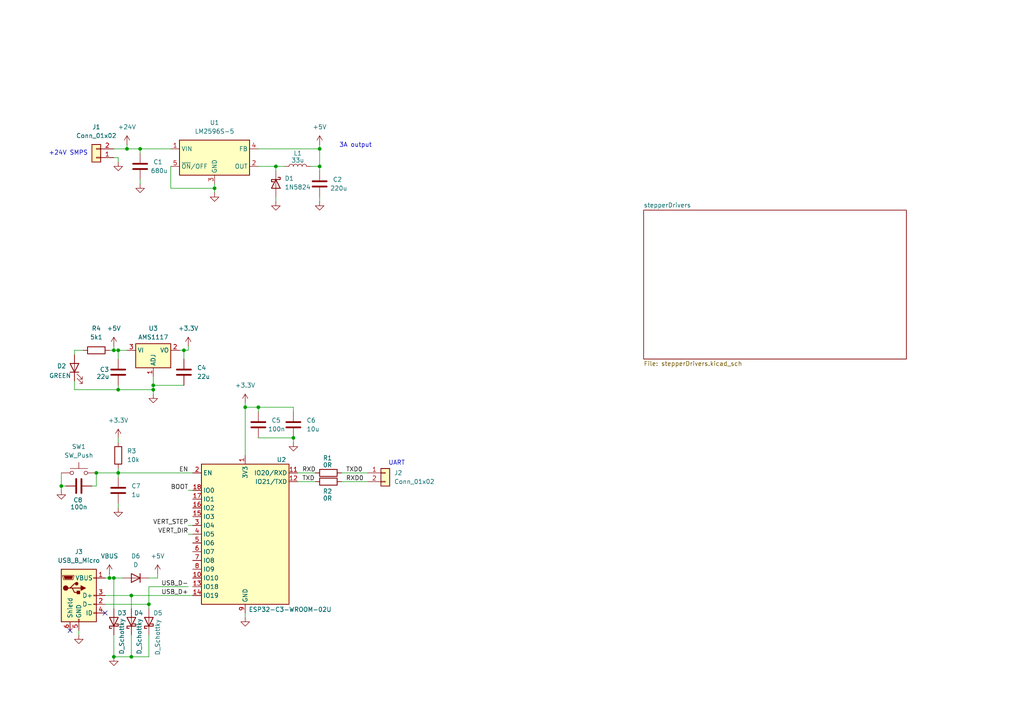
<source format=kicad_sch>
(kicad_sch (version 20250114) (generator "eeschema") (generator_version "9.0")
  (paper "A4")
  (lib_symbols
    (symbol "Connector:USB_B_Micro" (pin_names (offset 1.016))
      (property "Reference" "J" (at -5.08 11.43 0))
      (property "Value" "USB_B_Micro" (at -5.08 8.89 0))
      (symbol "USB_B_Micro_0_1"
        (rectangle (start -5.08 -7.62) (end 5.08 7.62) (stroke (width 0.254)) (fill (type background)))
        (polyline (pts (xy -4.699 5.842) (xy -4.699 5.588) (xy -4.445 4.826) (xy -4.445 4.572) (xy -1.651 4.572) (xy -1.651 4.826) (xy -1.397 5.588) (xy -1.397 5.842) (xy -4.699 5.842)))
        (polyline (pts (xy -4.318 5.588) (xy -1.778 5.588) (xy -2.032 4.826) (xy -4.064 4.826) (xy -4.318 5.588)) (fill (type outline)))
        (circle (center -3.81 2.159) (radius 0.635) (stroke (width 0.254)) (fill (type outline)))
        (polyline (pts (xy -3.175 2.159) (xy -2.54 2.159) (xy -1.27 3.429) (xy -0.635 3.429)) (stroke (width 0.254)))
        (polyline (pts (xy -2.54 2.159) (xy -1.905 2.159) (xy -1.27 0.889) (xy 0 0.889)) (stroke (width 0.254)))
        (polyline (pts (xy -1.905 2.159) (xy 0.635 2.159)) (stroke (width 0.254)))
        (circle (center -0.635 3.429) (radius 0.381) (stroke (width 0.254)) (fill (type outline)))
        (rectangle (start -0.127 -7.62) (end 0.127 -6.858))
        (rectangle (start 0.254 1.27) (end -0.508 0.508) (stroke (width 0.254)) (fill (type outline)))
        (polyline (pts (xy 0.635 2.794) (xy 0.635 1.524) (xy 1.905 2.159) (xy 0.635 2.794)) (stroke (width 0.254)) (fill (type outline)))
        (rectangle (start 5.08 4.953) (end 4.318 5.207))
        (rectangle (start 5.08 -0.127) (end 4.318 0.127))
        (rectangle (start 5.08 -2.667) (end 4.318 -2.413))
        (rectangle (start 5.08 -5.207) (end 4.318 -4.953))
      )
      (symbol "USB_B_Micro_1_1"
        (pin passive line (at -2.54 -10.16 90) (length 2.54) (name "Shield") (number "6"))
        (pin power_out line (at 0 -10.16 90) (length 2.54) (name "GND") (number "5"))
        (pin power_out line (at 7.62 5.08 180) (length 2.54) (name "VBUS") (number "1"))
        (pin bidirectional line (at 7.62 0 180) (length 2.54) (name "D+") (number "3"))
        (pin bidirectional line (at 7.62 -2.54 180) (length 2.54) (name "D-") (number "2"))
        (pin passive line (at 7.62 -5.08 180) (length 2.54) (name "ID") (number "4"))
      )
    )
    (symbol "Connector_Generic:Conn_01x02" (pin_names (offset 1.016) (hide yes))
      (property "Reference" "J" (at 0 2.54 0))
      (property "Value" "Conn_01x02" (at 0 -5.08 0))
      (symbol "Conn_01x02_1_1"
        (rectangle (start -1.27 1.27) (end 1.27 -3.81) (stroke (width 0.254)) (fill (type background)))
        (rectangle (start -1.27 0.127) (end 0 -0.127) (stroke (width 0.1524)))
        (rectangle (start -1.27 -2.413) (end 0 -2.667) (stroke (width 0.1524)))
        (pin passive line (at -5.08 0 0) (length 3.81) (name "Pin_1") (number "1"))
        (pin passive line (at -5.08 -2.54 0) (length 3.81) (name "Pin_2") (number "2"))
      )
    )
    (symbol "Device:C" (pin_numbers (hide yes)) (pin_names (offset 0.254))
      (property "Reference" "C" (at 0.635 2.54 0))
      (property "Value" "C" (at 0.635 -2.54 0))
      (symbol "C_0_1"
        (polyline (pts (xy -2.032 0.762) (xy 2.032 0.762)) (stroke (width 0.508)))
        (polyline (pts (xy -2.032 -0.762) (xy 2.032 -0.762)) (stroke (width 0.508)))
      )
      (symbol "C_1_1"
        (pin passive line (at 0 3.81 270) (length 2.794) (name "~") (number "1"))
        (pin passive line (at 0 -3.81 90) (length 2.794) (name "~") (number "2"))
      )
    )
    (symbol "Device:D" (pin_numbers (hide yes)) (pin_names (offset 1.016) (hide yes))
      (property "Reference" "D" (at 0 2.54 0))
      (property "Value" "D" (at 0 -2.54 0))
      (symbol "D_0_1"
        (polyline (pts (xy -1.27 1.27) (xy -1.27 -1.27)) (stroke (width 0.254)))
        (polyline (pts (xy 1.27 1.27) (xy 1.27 -1.27) (xy -1.27 0) (xy 1.27 1.27)) (stroke (width 0.254)))
        (polyline (pts (xy 1.27 0) (xy -1.27 0)))
      )
      (symbol "D_1_1"
        (pin passive line (at -3.81 0 0) (length 2.54) (name "K") (number "1"))
        (pin passive line (at 3.81 0 180) (length 2.54) (name "A") (number "2"))
      )
    )
    (symbol "Device:D_Schottky" (pin_numbers (hide yes)) (pin_names (offset 1.016) (hide yes))
      (property "Reference" "D" (at 0 2.54 0))
      (property "Value" "D_Schottky" (at 0 -2.54 0))
      (symbol "D_Schottky_0_1"
        (polyline (pts (xy -1.905 0.635) (xy -1.905 1.27) (xy -1.27 1.27) (xy -1.27 -1.27) (xy -0.635 -1.27) (xy -0.635 -0.635)) (stroke (width 0.254)))
        (polyline (pts (xy 1.27 1.27) (xy 1.27 -1.27) (xy -1.27 0) (xy 1.27 1.27)) (stroke (width 0.254)))
        (polyline (pts (xy 1.27 0) (xy -1.27 0)))
      )
      (symbol "D_Schottky_1_1"
        (pin passive line (at -3.81 0 0) (length 2.54) (name "K") (number "1"))
        (pin passive line (at 3.81 0 180) (length 2.54) (name "A") (number "2"))
      )
    )
    (symbol "Device:L" (pin_numbers (hide yes)) (pin_names (offset 1.016) (hide yes))
      (property "Reference" "L" (at -1.27 0 90))
      (property "Value" "L" (at 1.905 0 90))
      (symbol "L_0_1"
        (arc (start 0 2.54) (mid 0.6323 1.905) (end 0 1.27))
        (arc (start 0 1.27) (mid 0.6323 0.635) (end 0 0))
        (arc (start 0 0) (mid 0.6323 -0.635) (end 0 -1.27))
        (arc (start 0 -1.27) (mid 0.6323 -1.905) (end 0 -2.54))
      )
      (symbol "L_1_1"
        (pin passive line (at 0 3.81 270) (length 1.27) (name "1") (number "1"))
        (pin passive line (at 0 -3.81 90) (length 1.27) (name "2") (number "2"))
      )
    )
    (symbol "Device:LED" (pin_numbers (hide yes)) (pin_names (offset 1.016) (hide yes))
      (property "Reference" "D" (at 0 2.54 0))
      (property "Value" "LED" (at 0 -2.54 0))
      (symbol "LED_0_1"
        (polyline (pts (xy -3.048 -0.762) (xy -4.572 -2.286) (xy -3.81 -2.286) (xy -4.572 -2.286) (xy -4.572 -1.524)))
        (polyline (pts (xy -1.778 -0.762) (xy -3.302 -2.286) (xy -2.54 -2.286) (xy -3.302 -2.286) (xy -3.302 -1.524)))
        (polyline (pts (xy -1.27 0) (xy 1.27 0)))
        (polyline (pts (xy -1.27 -1.27) (xy -1.27 1.27)) (stroke (width 0.254)))
        (polyline (pts (xy 1.27 -1.27) (xy 1.27 1.27) (xy -1.27 0) (xy 1.27 -1.27)) (stroke (width 0.254)))
      )
      (symbol "LED_1_1"
        (pin passive line (at -3.81 0 0) (length 2.54) (name "K") (number "1"))
        (pin passive line (at 3.81 0 180) (length 2.54) (name "A") (number "2"))
      )
    )
    (symbol "Device:R" (pin_numbers (hide yes)) (pin_names (offset 0))
      (property "Reference" "R" (at 2.032 0 90))
      (property "Value" "R" (at 0 0 90))
      (symbol "R_0_1"
        (rectangle (start -1.016 -2.54) (end 1.016 2.54) (stroke (width 0.254)))
      )
      (symbol "R_1_1"
        (pin passive line (at 0 3.81 270) (length 1.27) (name "~") (number "1"))
        (pin passive line (at 0 -3.81 90) (length 1.27) (name "~") (number "2"))
      )
    )
    (symbol "RF_Module:ESP32-C3-WROOM-02U"
      (property "Reference" "U" (at -12.192 21.336 0))
      (property "Value" "ESP32-C3-WROOM-02U" (at 12.7 21.336 0))
      (symbol "ESP32-C3-WROOM-02U_1_1"
        (rectangle (start -12.7 20.32) (end 12.7 -20.32) (stroke (width 0.254)) (fill (type background)))
        (pin input line (at -15.24 17.78 0) (length 2.54) (name "EN") (number "2"))
        (pin bidirectional line (at -15.24 12.7 0) (length 2.54) (name "IO0") (number "18"))
        (pin bidirectional line (at -15.24 10.16 0) (length 2.54) (name "IO1") (number "17"))
        (pin bidirectional line (at -15.24 7.62 0) (length 2.54) (name "IO2") (number "16"))
        (pin bidirectional line (at -15.24 5.08 0) (length 2.54) (name "IO3") (number "15"))
        (pin bidirectional line (at -15.24 2.54 0) (length 2.54) (name "IO4") (number "3"))
        (pin bidirectional line (at -15.24 0 0) (length 2.54) (name "IO5") (number "4"))
        (pin bidirectional line (at -15.24 -2.54 0) (length 2.54) (name "IO6") (number "5"))
        (pin bidirectional line (at -15.24 -5.08 0) (length 2.54) (name "IO7") (number "6"))
        (pin bidirectional line (at -15.24 -7.62 0) (length 2.54) (name "IO8") (number "7"))
        (pin bidirectional line (at -15.24 -10.16 0) (length 2.54) (name "IO9") (number "8"))
        (pin bidirectional line (at -15.24 -12.7 0) (length 2.54) (name "IO10") (number "10"))
        (pin bidirectional line (at -15.24 -15.24 0) (length 2.54) (name "IO18") (number "13"))
        (pin bidirectional line (at -15.24 -17.78 0) (length 2.54) (name "IO19") (number "14"))
        (pin power_in line (at 0 22.86 270) (length 2.54) (name "3V3") (number "1"))
        (pin passive line (at 0 -22.86 90) (length 2.54) (hide yes) (name "GND") (number "19"))
        (pin power_in line (at 0 -22.86 90) (length 2.54) (name "GND") (number "9"))
        (pin bidirectional line (at 15.24 17.78 180) (length 2.54) (name "IO20/RXD") (number "11"))
        (pin bidirectional line (at 15.24 15.24 180) (length 2.54) (name "IO21/TXD") (number "12"))
      )
    )
    (symbol "Regulator_Linear:AMS1117"
      (property "Reference" "U" (at -3.81 3.175 0))
      (property "Value" "AMS1117" (at 0 3.175 0))
      (symbol "AMS1117_0_1"
        (rectangle (start -5.08 -5.08) (end 5.08 1.905) (stroke (width 0.254)) (fill (type background)))
      )
      (symbol "AMS1117_1_1"
        (pin power_in line (at -7.62 0 0) (length 2.54) (name "VI") (number "3"))
        (pin input line (at 0 -7.62 90) (length 2.54) (name "ADJ") (number "1"))
        (pin power_out line (at 7.62 0 180) (length 2.54) (name "VO") (number "2"))
      )
    )
    (symbol "Regulator_Switching:LM2596S-5"
      (property "Reference" "U" (at -10.16 6.35 0))
      (property "Value" "LM2596S-5" (at 0 6.35 0))
      (symbol "LM2596S-5_0_1"
        (rectangle (start -10.16 5.08) (end 10.16 -5.08) (stroke (width 0.254)) (fill (type background)))
      )
      (symbol "LM2596S-5_1_1"
        (pin power_in line (at -12.7 2.54 0) (length 2.54) (name "VIN") (number "1"))
        (pin input line (at -12.7 -2.54 0) (length 2.54) (name "~{ON}/OFF") (number "5"))
        (pin power_in line (at 0 -7.62 90) (length 2.54) (name "GND") (number "3"))
        (pin input line (at 12.7 2.54 180) (length 2.54) (name "FB") (number "4"))
        (pin output line (at 12.7 -2.54 180) (length 2.54) (name "OUT") (number "2"))
      )
    )
    (symbol "Switch:SW_Push" (pin_numbers (hide yes)) (pin_names (offset 1.016) (hide yes))
      (property "Reference" "SW" (at 1.27 2.54 0))
      (property "Value" "SW_Push" (at 0 -1.524 0))
      (symbol "SW_Push_0_1"
        (circle (center -2.032 0) (radius 0.508))
        (polyline (pts (xy 0 1.27) (xy 0 3.048)))
        (circle (center 2.032 0) (radius 0.508))
        (polyline (pts (xy 2.54 1.27) (xy -2.54 1.27)))
        (pin passive line (at -5.08 0 0) (length 2.54) (name "1") (number "1"))
        (pin passive line (at 5.08 0 180) (length 2.54) (name "2") (number "2"))
      )
    )
    (symbol "power:+24V" (power) (pin_numbers (hide yes)) (pin_names (offset 0) (hide yes))
      (property "Value" "+24V" (at 0 3.556 0))
      (symbol "+24V_0_1"
        (polyline (pts (xy -0.762 1.27) (xy 0 2.54)))
        (polyline (pts (xy 0 2.54) (xy 0.762 1.27)))
        (polyline (pts (xy 0 0) (xy 0 2.54)))
      )
      (symbol "+24V_1_1"
        (pin power_in line (at 0 0 90) (length 0) (name "~") (number "1"))
      )
    )
    (symbol "power:+3.3V" (power) (pin_numbers (hide yes)) (pin_names (offset 0) (hide yes))
      (property "Value" "+3.3V" (at 0 3.556 0))
      (symbol "+3.3V_0_1"
        (polyline (pts (xy -0.762 1.27) (xy 0 2.54)))
        (polyline (pts (xy 0 2.54) (xy 0.762 1.27)))
        (polyline (pts (xy 0 0) (xy 0 2.54)))
      )
      (symbol "+3.3V_1_1"
        (pin power_in line (at 0 0 90) (length 0) (name "~") (number "1"))
      )
    )
    (symbol "power:+5V" (power) (pin_numbers (hide yes)) (pin_names (offset 0) (hide yes))
      (property "Value" "+5V" (at 0 3.556 0))
      (symbol "+5V_0_1"
        (polyline (pts (xy -0.762 1.27) (xy 0 2.54)))
        (polyline (pts (xy 0 2.54) (xy 0.762 1.27)))
        (polyline (pts (xy 0 0) (xy 0 2.54)))
      )
      (symbol "+5V_1_1"
        (pin power_in line (at 0 0 90) (length 0) (name "~") (number "1"))
      )
    )
    (symbol "power:GND" (power) (pin_numbers (hide yes)) (pin_names (offset 0) (hide yes))
      (property "Value" "GND" (at 0 -3.81 0))
      (symbol "GND_0_1"
        (polyline (pts (xy 0 0) (xy 0 -1.27) (xy 1.27 -1.27) (xy 0 -2.54) (xy -1.27 -1.27) (xy 0 -1.27)))
      )
      (symbol "GND_1_1"
        (pin power_in line (at 0 0 270) (length 0) (name "~") (number "1"))
      )
    )
    (symbol "power:VBUS" (power) (pin_numbers (hide yes)) (pin_names (offset 0) (hide yes))
      (property "Value" "VBUS" (at 0 3.556 0))
      (symbol "VBUS_0_1"
        (polyline (pts (xy -0.762 1.27) (xy 0 2.54)))
        (polyline (pts (xy 0 2.54) (xy 0.762 1.27)))
        (polyline (pts (xy 0 0) (xy 0 2.54)))
      )
      (symbol "VBUS_1_1"
        (pin power_in line (at 0 0 90) (length 0) (name "~") (number "1"))
      )
    )
  )
  (text "+24V SMPS" (at 19.812 44.45 0) (effects (font (size 1.27 1.27))))
  (text "UART" (at 115.062 134.366 0) (effects (font (size 1.27 1.27))))
  (text "3A output" (at 103.124 42.164 0) (effects (font (size 1.27 1.27))))
  (junction (at 33.02 167.64))
  (junction (at 53.34 101.6))
  (junction (at 27.94 137.16))
  (junction (at 43.18 175.26))
  (junction (at 62.23 54.61))
  (junction (at 44.45 111.76))
  (junction (at 34.29 137.16))
  (junction (at 40.64 43.18))
  (junction (at 34.29 113.03))
  (junction (at 33.02 190.5))
  (junction (at 71.12 118.11))
  (junction (at 85.09 127))
  (junction (at 44.45 113.03))
  (junction (at 92.71 48.26))
  (junction (at 92.71 43.18))
  (junction (at 80.01 48.26))
  (junction (at 33.02 101.6))
  (junction (at 36.83 43.18))
  (junction (at 38.1 190.5))
  (junction (at 38.1 172.72))
  (junction (at 31.75 167.64))
  (junction (at 17.78 140.97))
  (junction (at 34.29 101.6))
  (junction (at 74.93 118.11))
  (no_connect (at 30.48 177.8))
  (no_connect (at 20.32 182.88))
  (wire (pts (xy 38.1 184.15) (xy 38.1 190.5)))
  (wire (pts (xy 90.17 48.26) (xy 92.71 48.26)))
  (wire (pts (xy 17.78 140.97) (xy 17.78 142.24)))
  (wire (pts (xy 49.53 54.61) (xy 62.23 54.61)))
  (wire (pts (xy 85.09 118.11) (xy 74.93 118.11)))
  (wire (pts (xy 34.29 101.6) (xy 36.83 101.6)))
  (wire (pts (xy 31.75 101.6) (xy 33.02 101.6)))
  (wire (pts (xy 26.67 140.97) (xy 27.94 140.97)))
  (wire (pts (xy 44.45 109.22) (xy 44.45 111.76)))
  (wire (pts (xy 36.83 41.91) (xy 36.83 43.18)))
  (wire (pts (xy 33.02 100.33) (xy 33.02 101.6)))
  (wire (pts (xy 33.02 101.6) (xy 34.29 101.6)))
  (wire (pts (xy 34.29 127) (xy 34.29 128.27)))
  (wire (pts (xy 74.93 118.11) (xy 74.93 119.38)))
  (wire (pts (xy 38.1 172.72) (xy 55.88 172.72)))
  (wire (pts (xy 21.59 110.49) (xy 21.59 113.03)))
  (wire (pts (xy 22.86 182.88) (xy 22.86 184.15)))
  (wire (pts (xy 24.13 101.6) (xy 21.59 101.6)))
  (wire (pts (xy 43.18 170.18) (xy 54.61 170.18)))
  (wire (pts (xy 34.29 45.72) (xy 33.02 45.72)))
  (wire (pts (xy 33.02 167.64) (xy 33.02 176.53)))
  (wire (pts (xy 34.29 146.05) (xy 34.29 147.32)))
  (wire (pts (xy 85.09 119.38) (xy 85.09 118.11)))
  (wire (pts (xy 21.59 101.6) (xy 21.59 102.87)))
  (wire (pts (xy 53.34 101.6) (xy 54.61 101.6)))
  (wire (pts (xy 19.05 140.97) (xy 17.78 140.97)))
  (wire (pts (xy 43.18 175.26) (xy 43.18 170.18)))
  (wire (pts (xy 86.36 139.7) (xy 91.44 139.7)))
  (wire (pts (xy 38.1 172.72) (xy 38.1 176.53)))
  (wire (pts (xy 53.34 101.6) (xy 52.07 101.6)))
  (wire (pts (xy 92.71 48.26) (xy 92.71 43.18)))
  (wire (pts (xy 40.64 43.18) (xy 36.83 43.18)))
  (wire (pts (xy 34.29 46.99) (xy 34.29 45.72)))
  (wire (pts (xy 43.18 167.64) (xy 45.72 167.64)))
  (wire (pts (xy 40.64 44.45) (xy 40.64 43.18)))
  (wire (pts (xy 34.29 101.6) (xy 34.29 104.14)))
  (wire (pts (xy 80.01 57.15) (xy 80.01 58.42)))
  (wire (pts (xy 33.02 190.5) (xy 38.1 190.5)))
  (wire (pts (xy 34.29 137.16) (xy 34.29 138.43)))
  (wire (pts (xy 92.71 48.26) (xy 92.71 49.53)))
  (wire (pts (xy 34.29 113.03) (xy 44.45 113.03)))
  (wire (pts (xy 40.64 43.18) (xy 49.53 43.18)))
  (wire (pts (xy 34.29 137.16) (xy 55.88 137.16)))
  (wire (pts (xy 27.94 140.97) (xy 27.94 137.16)))
  (wire (pts (xy 31.75 166.37) (xy 31.75 167.64)))
  (wire (pts (xy 49.53 48.26) (xy 49.53 54.61)))
  (wire (pts (xy 74.93 48.26) (xy 80.01 48.26)))
  (wire (pts (xy 44.45 111.76) (xy 53.34 111.76)))
  (wire (pts (xy 54.61 100.33) (xy 54.61 101.6)))
  (wire (pts (xy 43.18 190.5) (xy 43.18 184.15)))
  (wire (pts (xy 44.45 113.03) (xy 44.45 114.3)))
  (wire (pts (xy 30.48 175.26) (xy 43.18 175.26)))
  (wire (pts (xy 86.36 137.16) (xy 91.44 137.16)))
  (wire (pts (xy 53.34 104.14) (xy 53.34 101.6)))
  (wire (pts (xy 43.18 175.26) (xy 43.18 176.53)))
  (wire (pts (xy 85.09 127) (xy 85.09 128.27)))
  (wire (pts (xy 34.29 135.89) (xy 34.29 137.16)))
  (wire (pts (xy 71.12 116.84) (xy 71.12 118.11)))
  (wire (pts (xy 80.01 48.26) (xy 82.55 48.26)))
  (wire (pts (xy 54.61 152.4) (xy 55.88 152.4)))
  (wire (pts (xy 31.75 167.64) (xy 33.02 167.64)))
  (wire (pts (xy 99.06 137.16) (xy 106.68 137.16)))
  (wire (pts (xy 71.12 177.8) (xy 71.12 179.07)))
  (wire (pts (xy 80.01 48.26) (xy 80.01 49.53)))
  (wire (pts (xy 40.64 52.07) (xy 40.64 53.34)))
  (wire (pts (xy 74.93 127) (xy 85.09 127)))
  (wire (pts (xy 71.12 132.08) (xy 71.12 118.11)))
  (wire (pts (xy 92.71 43.18) (xy 74.93 43.18)))
  (wire (pts (xy 36.83 43.18) (xy 33.02 43.18)))
  (wire (pts (xy 44.45 111.76) (xy 44.45 113.03)))
  (wire (pts (xy 45.72 167.64) (xy 45.72 166.37)))
  (wire (pts (xy 62.23 54.61) (xy 62.23 53.34)))
  (wire (pts (xy 30.48 172.72) (xy 38.1 172.72)))
  (wire (pts (xy 33.02 184.15) (xy 33.02 190.5)))
  (wire (pts (xy 34.29 113.03) (xy 34.29 111.76)))
  (wire (pts (xy 62.23 54.61) (xy 62.23 55.88)))
  (wire (pts (xy 54.61 142.24) (xy 55.88 142.24)))
  (wire (pts (xy 74.93 118.11) (xy 71.12 118.11)))
  (wire (pts (xy 99.06 139.7) (xy 106.68 139.7)))
  (wire (pts (xy 33.02 167.64) (xy 35.56 167.64)))
  (wire (pts (xy 30.48 167.64) (xy 31.75 167.64)))
  (wire (pts (xy 21.59 113.03) (xy 34.29 113.03)))
  (wire (pts (xy 92.71 57.15) (xy 92.71 58.42)))
  (wire (pts (xy 54.61 154.94) (xy 55.88 154.94)))
  (wire (pts (xy 27.94 137.16) (xy 34.29 137.16)))
  (wire (pts (xy 17.78 140.97) (xy 17.78 137.16)))
  (wire (pts (xy 38.1 190.5) (xy 43.18 190.5)))
  (wire (pts (xy 92.71 41.91) (xy 92.71 43.18)))
  (label "VERT_DIR" (at 54.61 154.94 180))
  (label "USB_D+" (at 54.61 172.72 180))
  (label "VERT_STEP" (at 54.61 152.4 180))
  (label "RXD0" (at 100.33 139.7 0))
  (label "BOOT" (at 54.61 142.24 180))
  (label "RXD" (at 87.63 137.16 0))
  (label "USB_D-" (at 54.61 170.18 180))
  (label "EN" (at 54.61 137.16 180))
  (label "TXD0" (at 100.33 137.16 0))
  (label "TXD" (at 87.63 139.7 0))
  (symbol (lib_id "power:GND") (at 33.02 190.5 0) (unit 1)
    (property "Reference" "#PWR018" (effects (hide yes)))
    (property "Value" "GND" (effects (hide yes)))
    (property "Description" "Power symbol creates a global label with name \"GND\" , ground" (effects (hide yes)))
  )
  (symbol (lib_id "Device:R") (at 27.94 101.6 90) (unit 1)
    (property "Reference" "R4" (at 27.94 95.25 90))
    (property "Value" "5k1" (at 27.94 97.79 90))
    (property "Description" "Resistor" (effects (hide yes)))
  )
  (symbol (lib_id "power:GND") (at 40.64 53.34 0) (unit 1)
    (property "Reference" "#PWR03" (effects (hide yes)))
    (property "Value" "GND" (effects (hide yes)))
    (property "Description" "Power symbol creates a global label with name \"GND\" , ground" (effects (hide yes)))
  )
  (symbol (lib_id "Connector:USB_B_Micro") (at 22.86 172.72 0) (unit 1)
    (property "Reference" "J3" (at 22.86 160.02 0))
    (property "Value" "USB_B_Micro" (at 22.86 162.56 0))
    (property "Description" "USB Micro Type B connector" (effects (hide yes)))
  )
  (symbol (lib_id "Switch:SW_Push") (at 22.86 137.16 0) (unit 1)
    (property "Reference" "SW1" (at 22.86 129.54 0))
    (property "Value" "SW_Push" (at 22.86 132.08 0))
    (property "Description" "Push button switch, generic, two pins" (effects (hide yes)))
  )
  (symbol (lib_id "Connector_Generic:Conn_01x02") (at 111.76 137.16 0) (unit 1)
    (property "Reference" "J2" (at 114.3 137.1599 0) (effects (justify left)))
    (property "Value" "Conn_01x02" (at 114.3 139.6999 0) (effects (justify left)))
    (property "Description" "Generic connector, single row, 01x02, script generated (kicad-library-utils/schlib/autogen/connector/)" (effects (hide yes)))
  )
  (symbol (lib_id "power:GND") (at 80.01 58.42 0) (unit 1)
    (property "Reference" "#PWR05" (effects (hide yes)))
    (property "Value" "GND" (effects (hide yes)))
    (property "Description" "Power symbol creates a global label with name \"GND\" , ground" (effects (hide yes)))
  )
  (symbol (lib_id "Regulator_Switching:LM2596S-5") (at 62.23 45.72 0) (unit 1)
    (property "Reference" "U1" (at 62.23 35.56 0))
    (property "Value" "LM2596S-5" (at 62.23 38.1 0))
    (property "Footprint" "Package_TO_SOT_SMD:TO-263-5_TabPin3" (effects (hide yes)))
    (property "Datasheet" "http://www.ti.com/lit/ds/symlink/lm2596.pdf" (effects (hide yes)))
    (property "Description" "5V 3A Step-Down Voltage Regulator, TO-263" (effects (hide yes)))
  )
  (symbol (lib_id "power:GND") (at 22.86 184.15 0) (unit 1)
    (property "Reference" "#PWR017" (effects (hide yes)))
    (property "Value" "GND" (effects (hide yes)))
    (property "Description" "Power symbol creates a global label with name \"GND\" , ground" (effects (hide yes)))
  )
  (symbol (lib_id "power:+3.3V") (at 71.12 116.84 0) (unit 1)
    (property "Reference" "#PWR010" (effects (hide yes)))
    (property "Value" "+3.3V" (at 71.12 111.76 0))
    (property "Description" "Power symbol creates a global label with name \"+3.3V\"" (effects (hide yes)))
  )
  (symbol (lib_id "power:+3.3V") (at 34.29 127 0) (unit 1)
    (property "Reference" "#PWR013" (effects (hide yes)))
    (property "Value" "+3.3V" (at 34.29 121.92 0))
    (property "Description" "Power symbol creates a global label with name \"+3.3V\"" (effects (hide yes)))
  )
  (symbol (lib_id "power:GND") (at 34.29 46.99 0) (unit 1)
    (property "Reference" "#PWR01" (effects (hide yes)))
    (property "Value" "GND" (effects (hide yes)))
    (property "Description" "Power symbol creates a global label with name \"GND\" , ground" (effects (hide yes)))
  )
  (symbol (lib_id "Device:C") (at 34.29 142.24 0) (unit 1)
    (property "Reference" "C7" (at 38.1 140.9699 0) (effects (justify left)))
    (property "Value" "1u" (at 38.1 143.5099 0) (effects (justify left)))
    (property "Description" "Unpolarized capacitor" (effects (hide yes)))
  )
  (symbol (lib_id "power:+5V") (at 92.71 41.91 0) (unit 1)
    (property "Reference" "#PWR07" (effects (hide yes)))
    (property "Value" "+5V" (at 92.71 36.83 0))
    (property "Description" "Power symbol creates a global label with name \"+5V\"" (effects (hide yes)))
  )
  (symbol (lib_id "power:GND") (at 62.23 55.88 0) (unit 1)
    (property "Reference" "#PWR04" (effects (hide yes)))
    (property "Value" "GND" (effects (hide yes)))
    (property "Description" "Power symbol creates a global label with name \"GND\" , ground" (effects (hide yes)))
  )
  (symbol (lib_id "power:GND") (at 92.71 58.42 0) (unit 1)
    (property "Reference" "#PWR06" (effects (hide yes)))
    (property "Value" "GND" (effects (hide yes)))
    (property "Description" "Power symbol creates a global label with name \"GND\" , ground" (effects (hide yes)))
  )
  (symbol (lib_id "Device:R") (at 34.29 132.08 0) (unit 1)
    (property "Reference" "R3" (at 36.83 130.8099 0) (effects (justify left)))
    (property "Value" "10k" (at 36.83 133.3499 0) (effects (justify left)))
    (property "Description" "Resistor" (effects (hide yes)))
  )
  (symbol (lib_id "Device:C") (at 92.71 53.34 0) (unit 1)
    (property "Reference" "C2" (at 96.52 52.0699 0) (effects (justify left)))
    (property "Value" "220u" (at 95.758 54.61 0) (effects (justify left)))
    (property "Description" "Unpolarized capacitor" (effects (hide yes)))
  )
  (symbol (lib_id "Device:D") (at 39.37 167.64 180) (unit 1)
    (property "Reference" "D6" (at 39.37 161.29 0))
    (property "Value" "D" (at 39.37 163.83 0))
    (property "Description" "Diode" (effects (hide yes)))
    (property "Sim.Device" "D" (effects (hide yes)))
    (property "Sim.Pins" "1=K 2=A" (effects (hide yes)))
  )
  (symbol (lib_id "Device:R") (at 95.25 137.16 90) (unit 1)
    (property "Reference" "R1" (at 94.996 132.842 90))
    (property "Value" "0R" (at 94.996 134.874 90))
    (property "Description" "Resistor" (effects (hide yes)))
  )
  (symbol (lib_id "Device:D_Schottky") (at 43.18 180.34 90) (unit 1)
    (property "Reference" "D5" (at 44.45 177.8 90) (effects (justify right)))
    (property "Value" "D_Schottky" (at 45.72 179.578 0) (effects (justify right)))
    (property "Description" "Schottky diode" (effects (hide yes)))
  )
  (symbol (lib_id "Device:C") (at 22.86 140.97 90) (unit 1)
    (property "Reference" "C8" (at 22.606 145.034 90))
    (property "Value" "100n" (at 22.86 147.066 90))
    (property "Description" "Unpolarized capacitor" (effects (hide yes)))
  )
  (symbol (lib_id "Device:D_Schottky") (at 33.02 180.34 90) (unit 1)
    (property "Reference" "D3" (at 34.036 177.8 90) (effects (justify right)))
    (property "Value" "D_Schottky" (at 35.306 179.324 0) (effects (justify right)))
    (property "Description" "Schottky diode" (effects (hide yes)))
  )
  (symbol (lib_id "power:GND") (at 71.12 179.07 0) (unit 1)
    (property "Reference" "#PWR011" (effects (hide yes)))
    (property "Value" "GND" (effects (hide yes)))
    (property "Description" "Power symbol creates a global label with name \"GND\" , ground" (effects (hide yes)))
  )
  (symbol (lib_id "power:VBUS") (at 31.75 166.37 0) (unit 1)
    (property "Reference" "#PWR019" (effects (hide yes)))
    (property "Value" "VBUS" (at 31.75 161.29 0))
    (property "Description" "Power symbol creates a global label with name \"VBUS\"" (effects (hide yes)))
  )
  (symbol (lib_id "Device:C") (at 74.93 123.19 0) (unit 1)
    (property "Reference" "C5" (at 78.74 121.9199 0) (effects (justify left)))
    (property "Value" "100n" (at 77.724 124.46 0) (effects (justify left)))
    (property "Description" "Unpolarized capacitor" (effects (hide yes)))
  )
  (symbol (lib_id "Device:L") (at 86.36 48.26 90) (unit 1)
    (property "Reference" "L1" (at 86.36 44.45 90))
    (property "Value" "33u" (at 86.36 46.482 90))
    (property "Description" "Inductor" (effects (hide yes)))
  )
  (symbol (lib_id "Device:R") (at 95.25 139.7 90) (unit 1)
    (property "Reference" "R2" (at 94.996 142.494 90))
    (property "Value" "0R" (at 94.996 144.526 90))
    (property "Description" "Resistor" (effects (hide yes)))
  )
  (symbol (lib_id "Device:D_Schottky") (at 38.1 180.34 90) (unit 1)
    (property "Reference" "D4" (at 38.862 177.8 90) (effects (justify right)))
    (property "Value" "D_Schottky" (at 40.386 179.324 0) (effects (justify right)))
    (property "Description" "Schottky diode" (effects (hide yes)))
  )
  (symbol (lib_id "Regulator_Linear:AMS1117") (at 44.45 101.6 0) (unit 1)
    (property "Reference" "U3" (at 44.45 95.25 0))
    (property "Value" "AMS1117" (at 44.45 97.79 0))
    (property "Footprint" "Package_TO_SOT_SMD:SOT-223-3_TabPin2" (effects (hide yes)))
    (property "Datasheet" "http://www.advanced-monolithic.com/pdf/ds1117.pdf" (effects (hide yes)))
    (property "Description" "1A Low Dropout regulator, positive, adjustable output, SOT-223" (effects (hide yes)))
  )
  (symbol (lib_id "Device:C") (at 40.64 48.26 0) (unit 1)
    (property "Reference" "C1" (at 44.45 46.9899 0) (effects (justify left)))
    (property "Value" "680u" (at 43.688 49.53 0) (effects (justify left)))
    (property "Description" "Unpolarized capacitor" (effects (hide yes)))
  )
  (symbol (lib_id "Device:LED") (at 21.59 106.68 90) (unit 1)
    (property "Reference" "D2" (at 16.51 106.172 90) (effects (justify right)))
    (property "Value" "GREEN" (at 14.224 108.966 90) (effects (justify right)))
    (property "Description" "Light emitting diode" (effects (hide yes)))
    (property "Sim.Pins" "1=K 2=A" (effects (hide yes)))
  )
  (symbol (lib_id "power:+24V") (at 36.83 41.91 0) (unit 1)
    (property "Reference" "#PWR02" (effects (hide yes)))
    (property "Value" "+24V" (at 36.83 36.83 0))
    (property "Description" "Power symbol creates a global label with name \"+24V\"" (effects (hide yes)))
  )
  (symbol (lib_id "power:GND") (at 44.45 114.3 0) (unit 1)
    (property "Reference" "#PWR09" (effects (hide yes)))
    (property "Value" "GND" (effects (hide yes)))
    (property "Description" "Power symbol creates a global label with name \"GND\" , ground" (effects (hide yes)))
  )
  (symbol (lib_id "Device:C") (at 34.29 107.95 0) (unit 1)
    (property "Reference" "C3" (at 28.956 107.188 0) (effects (justify left)))
    (property "Value" "22u" (at 27.94 109.22 0) (effects (justify left)))
    (property "Description" "Unpolarized capacitor" (effects (hide yes)))
  )
  (symbol (lib_id "RF_Module:ESP32-C3-WROOM-02U") (at 71.12 154.94 0) (unit 1)
    (property "Reference" "U2" (at 80.264 133.35 0) (effects (justify left)))
    (property "Value" "ESP32-C3-WROOM-02U" (at 72.136 176.784 0) (effects (justify left)))
    (property "Footprint" "RF_Module:ESP32-C3-WROOM-02U" (effects (hide yes)))
    (property "Datasheet" "https://www.espressif.com/sites/default/files/documentation/esp32-c3-wroom-02_datasheet_en.pdf" (effects (hide yes)))
    (property "Description" "802.11 b/g/n Wi­Fi and Bluetooth 5 module, ESP32­C3 SoC, RISC­V microprocessor, On-board antenna" (effects (hide yes)))
  )
  (symbol (lib_id "Device:C") (at 85.09 123.19 0) (unit 1)
    (property "Reference" "C6" (at 88.9 121.9199 0) (effects (justify left)))
    (property "Value" "10u" (at 88.9 124.4599 0) (effects (justify left)))
    (property "Description" "Unpolarized capacitor" (effects (hide yes)))
  )
  (symbol (lib_id "power:+3.3V") (at 54.61 100.33 0) (unit 1)
    (property "Reference" "#PWR015" (effects (hide yes)))
    (property "Value" "+3.3V" (at 54.61 95.25 0))
    (property "Description" "Power symbol creates a global label with name \"+3.3V\"" (effects (hide yes)))
  )
  (symbol (lib_id "power:+5V") (at 45.72 166.37 0) (unit 1)
    (property "Reference" "#PWR020" (effects (hide yes)))
    (property "Value" "+5V" (at 45.72 161.29 0))
    (property "Description" "Power symbol creates a global label with name \"+5V\"" (effects (hide yes)))
  )
  (symbol (lib_id "power:+5V") (at 33.02 100.33 0) (unit 1)
    (property "Reference" "#PWR08" (effects (hide yes)))
    (property "Value" "+5V" (at 33.02 95.25 0))
    (property "Description" "Power symbol creates a global label with name \"+5V\"" (effects (hide yes)))
  )
  (symbol (lib_id "power:GND") (at 17.78 142.24 0) (unit 1)
    (property "Reference" "#PWR016" (effects (hide yes)))
    (property "Value" "GND" (effects (hide yes)))
    (property "Description" "Power symbol creates a global label with name \"GND\" , ground" (effects (hide yes)))
  )
  (symbol (lib_id "Device:D_Schottky") (at 80.01 53.34 270) (unit 1)
    (property "Reference" "D1" (at 82.55 51.7524 90) (effects (justify left)))
    (property "Value" "1N5824" (at 82.55 54.2924 90) (effects (justify left)))
    (property "Description" "Schottky diode" (effects (hide yes)))
  )
  (symbol (lib_id "power:GND") (at 34.29 147.32 0) (unit 1)
    (property "Reference" "#PWR014" (effects (hide yes)))
    (property "Value" "GND" (effects (hide yes)))
    (property "Description" "Power symbol creates a global label with name \"GND\" , ground" (effects (hide yes)))
  )
  (symbol (lib_id "Connector_Generic:Conn_01x02") (at 27.94 45.72 180) (unit 1)
    (property "Reference" "J1" (at 27.94 36.83 0))
    (property "Value" "Conn_01x02" (at 27.94 39.37 0))
    (property "Description" "Generic connector, single row, 01x02, script generated (kicad-library-utils/schlib/autogen/connector/)" (effects (hide yes)))
  )
  (symbol (lib_id "power:GND") (at 85.09 128.27 0) (unit 1)
    (property "Reference" "#PWR012" (effects (hide yes)))
    (property "Value" "GND" (effects (hide yes)))
    (property "Description" "Power symbol creates a global label with name \"GND\" , ground" (effects (hide yes)))
  )
  (symbol (lib_id "Device:C") (at 53.34 107.95 0) (unit 1)
    (property "Reference" "C4" (at 57.15 106.6799 0) (effects (justify left)))
    (property "Value" "22u" (at 57.15 109.2199 0) (effects (justify left)))
    (property "Description" "Unpolarized capacitor" (effects (hide yes)))
  )
  (sheet (at 186.69 60.96) (size 76.2 43.18) (stroke (width 0.1524))
    (property "Sheetname" "stepperDrivers" (at 186.69 60.2484 0) (effects (justify left bottom)))
    (property "Sheetfile" "stepperDrivers.kicad_sch" (at 186.69 104.7246 0) (effects (justify left top)))
  )
)
</source>
